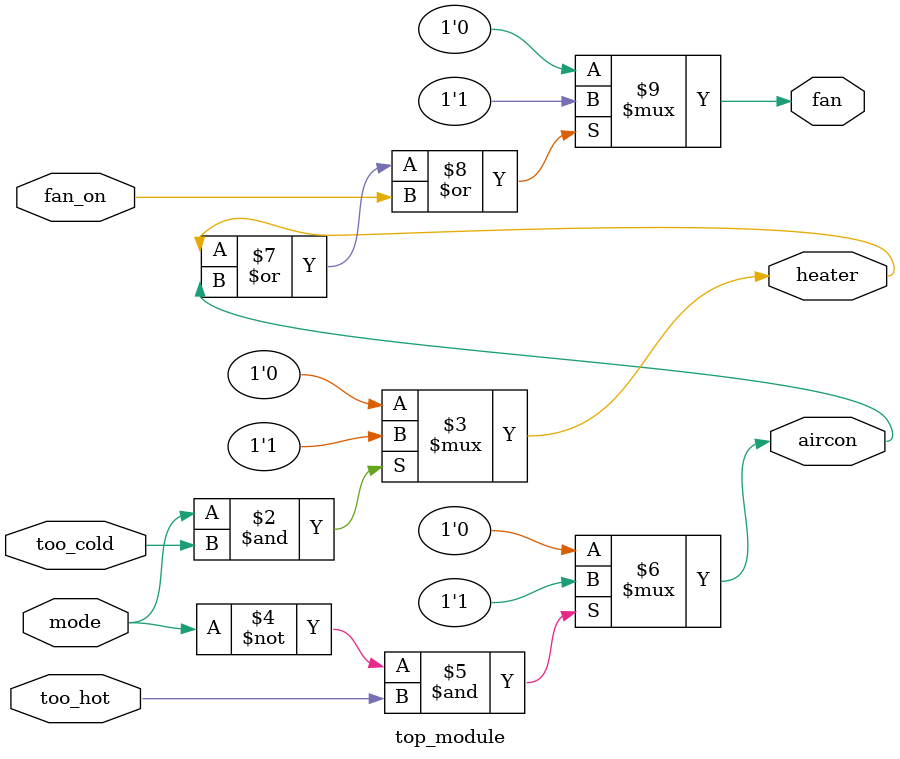
<source format=v>
module top_module (
    input too_cold,
    input too_hot,
    input mode,
    input fan_on,
    output heater,
    output aircon,
    output fan
); 


    // heating: mode = 1
    // cooling: mode = 0

    // if heating and too_cold = heater = 1, air conditioning = 0
    // if cooling and too_hot = air conditioning = 1, heater = 0

    // if heater or air conditoning or fan_on = fan = 1


    assign heater = mode == 1'b1 & too_cold ? 1'b1 : 1'b0;
    assign aircon = mode == 1'b0 & too_hot ? 1'b1 : 1'b0;
    assign fan = heater | aircon | fan_on ? 1'b1 : 1'b0;


endmodule

</source>
